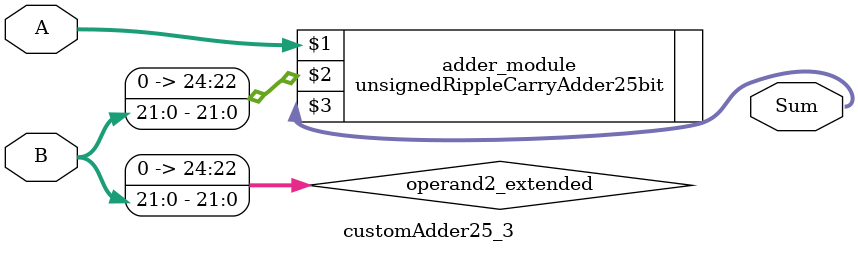
<source format=v>

module customAdder25_3(
                    input [24 : 0] A,
                    input [21 : 0] B,
                    
                    output [25 : 0] Sum
            );

    wire [24 : 0] operand2_extended;
    
    assign operand2_extended =  {3'b0, B};
    
    unsignedRippleCarryAdder25bit adder_module(
        A,
        operand2_extended,
        Sum
    );
    
endmodule
        
</source>
